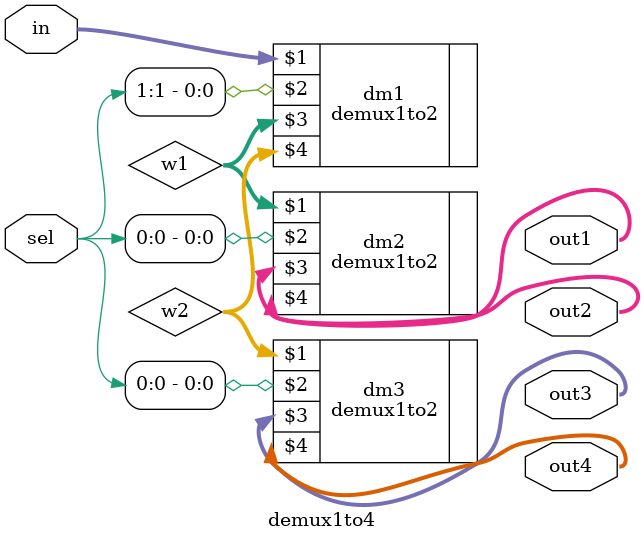
<source format=v>
module demux1to4(
  input wire [1:0] in,
  input wire [1:0] sel,
  output wire [1:0] out1, out2, out3, out4);
  
  wire [1:0] w1, w2;
  
  demux1to2 dm1(in, sel[1], w1, w2);
  demux1to2 dm2(w1, sel[0], out1, out2);
  demux1to2 dm3(w2, sel[0], out3, out4);
endmodule

// out1, out2, out3, out4 ở đây được đưa vào module demux1to2 sử dụng continuous assignment phải được khai báo là wire
</source>
